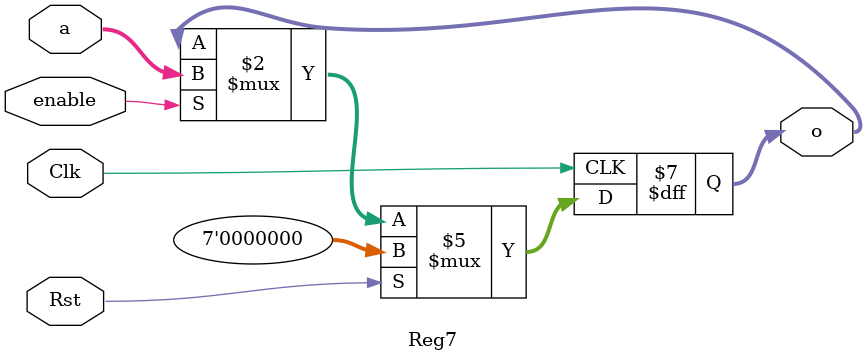
<source format=v>
`timescale 1ns/1ns
module Reg7 (a
            ,o
            ,Rst
            ,Clk
            ,enable);
  input[6:0]
           a;
  input 
          Rst;
  input   
          enable;
  input 
          Clk;
  output reg[6:0] 
          o;
  
  always@(posedge Clk)
  begin
    if(Rst)
        o <= 7'b0;
      
      
    else if(enable)     
        o <= a;
      
    end
    
  endmodule
</source>
